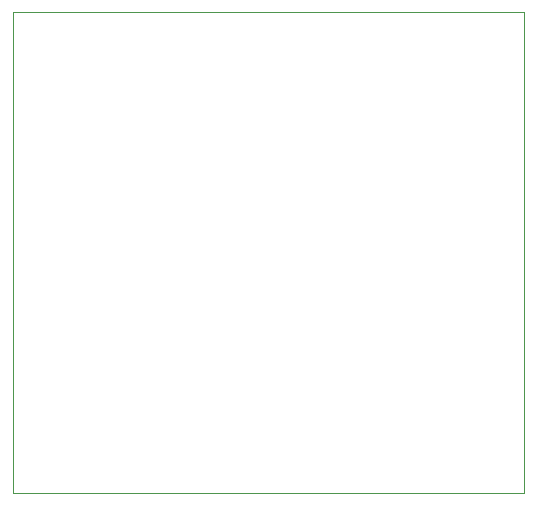
<source format=gko>
G04*
G04 #@! TF.GenerationSoftware,Altium Limited,Altium Designer,22.7.1 (60)*
G04*
G04 Layer_Color=16711935*
%FSLAX44Y44*%
%MOMM*%
G71*
G04*
G04 #@! TF.SameCoordinates,592D77DD-D8C5-47A4-952F-68E34D40BC98*
G04*
G04*
G04 #@! TF.FilePolarity,Positive*
G04*
G01*
G75*
%ADD39C,0.0254*%
D39*
X795782Y493268D02*
Y900430D01*
X1228852D01*
Y493268D02*
Y900430D01*
X795782Y493268D02*
X1228852D01*
M02*

</source>
